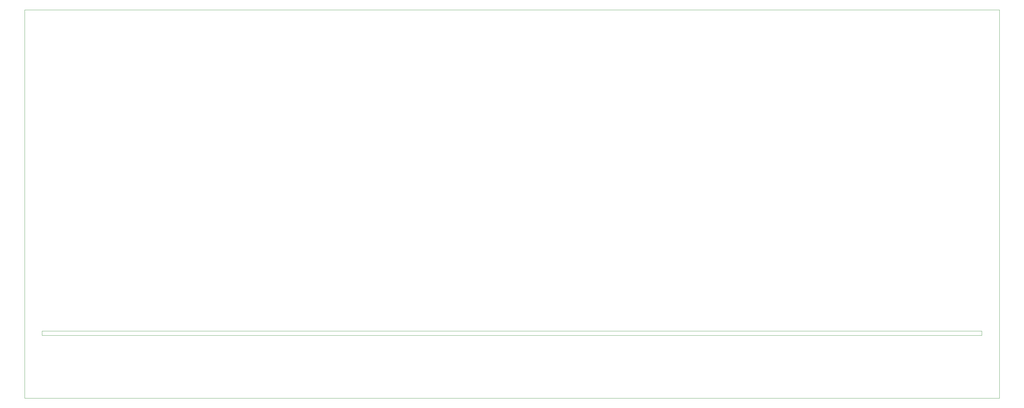
<source format=gm1>
G04 #@! TF.FileFunction,Profile,NP*
%FSLAX46Y46*%
G04 Gerber Fmt 4.6, Leading zero omitted, Abs format (unit mm)*
G04 Created by KiCad (PCBNEW 4.0.7+dfsg1-1) date Sat Oct 21 15:09:21 2017*
%MOMM*%
%LPD*%
G01*
G04 APERTURE LIST*
%ADD10C,0.100000*%
G04 APERTURE END LIST*
D10*
X343805000Y-135056250D02*
X343405000Y-135056250D01*
X343805000Y-133856250D02*
X343805000Y-135056250D01*
X343405000Y-133856250D02*
X343805000Y-133856250D01*
X343405000Y-133856250D02*
X69005000Y-133856250D01*
X69005000Y-135056250D02*
X343405000Y-135056250D01*
X69005000Y-133856250D02*
X69005000Y-135056250D01*
X348931250Y-153456250D02*
X348931250Y-134456250D01*
X63931250Y-153456250D02*
X348931250Y-153456250D01*
X63931250Y-153456250D02*
X63931250Y-134456250D01*
X63931250Y-134556250D02*
X63931250Y-39956250D01*
X348931250Y-39956250D02*
X348931250Y-134556250D01*
X63931250Y-39956250D02*
X348931250Y-39956250D01*
M02*

</source>
